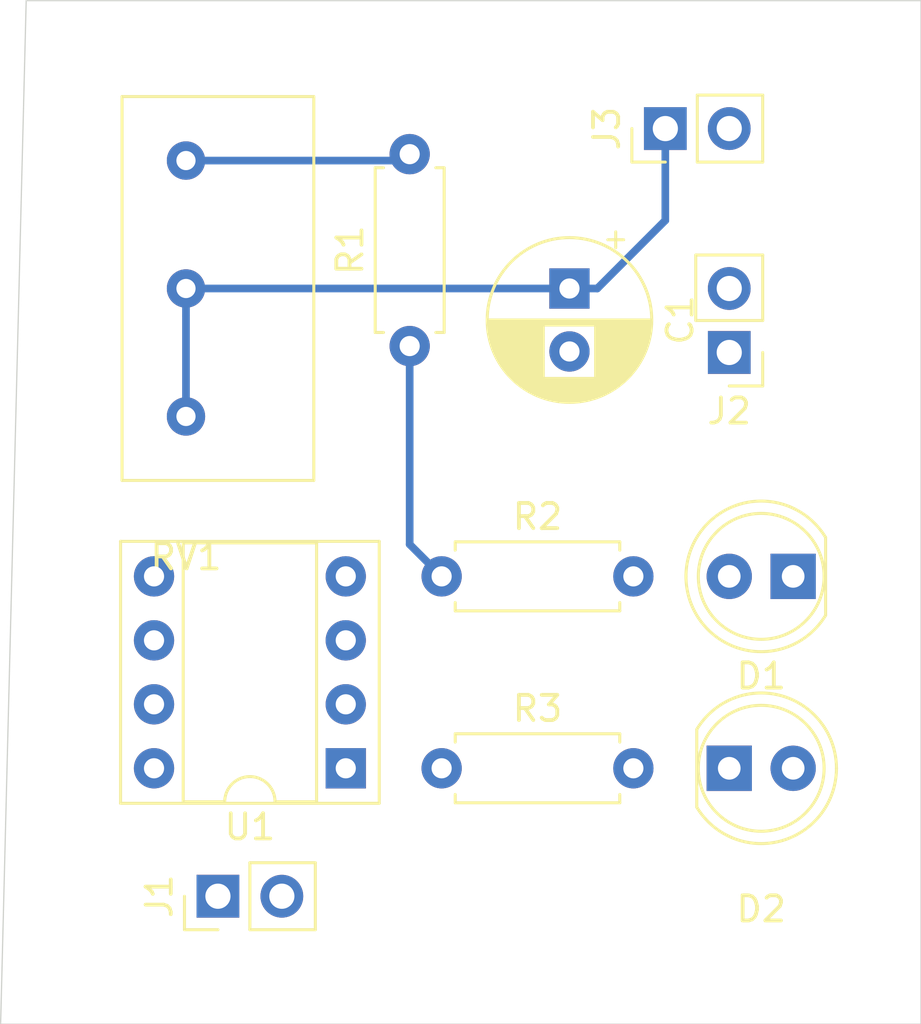
<source format=kicad_pcb>
(kicad_pcb (version 20171130) (host pcbnew "(5.1.4)-1")

  (general
    (thickness 1.6)
    (drawings 4)
    (tracks 10)
    (zones 0)
    (modules 11)
    (nets 9)
  )

  (page A4)
  (layers
    (0 F.Cu signal)
    (31 B.Cu signal)
    (32 B.Adhes user)
    (33 F.Adhes user)
    (34 B.Paste user)
    (35 F.Paste user)
    (36 B.SilkS user)
    (37 F.SilkS user)
    (38 B.Mask user)
    (39 F.Mask user)
    (40 Dwgs.User user)
    (41 Cmts.User user)
    (42 Eco1.User user)
    (43 Eco2.User user)
    (44 Edge.Cuts user)
    (45 Margin user)
    (46 B.CrtYd user)
    (47 F.CrtYd user)
    (48 B.Fab user)
    (49 F.Fab user)
  )

  (setup
    (last_trace_width 0.3048)
    (trace_clearance 0.2032)
    (zone_clearance 0.508)
    (zone_45_only no)
    (trace_min 0.2)
    (via_size 0.8)
    (via_drill 0.6)
    (via_min_size 0.4)
    (via_min_drill 0.3)
    (uvia_size 0.3)
    (uvia_drill 0.1)
    (uvias_allowed no)
    (uvia_min_size 0.2)
    (uvia_min_drill 0.1)
    (edge_width 0.05)
    (segment_width 0.2)
    (pcb_text_width 0.3)
    (pcb_text_size 1.5 1.5)
    (mod_edge_width 0.12)
    (mod_text_size 1 1)
    (mod_text_width 0.15)
    (pad_size 1.524 1.524)
    (pad_drill 0.762)
    (pad_to_mask_clearance 0.051)
    (solder_mask_min_width 0.25)
    (aux_axis_origin 0 0)
    (visible_elements 7FFFFFFF)
    (pcbplotparams
      (layerselection 0x010fc_ffffffff)
      (usegerberextensions false)
      (usegerberattributes false)
      (usegerberadvancedattributes false)
      (creategerberjobfile false)
      (excludeedgelayer true)
      (linewidth 0.100000)
      (plotframeref false)
      (viasonmask false)
      (mode 1)
      (useauxorigin false)
      (hpglpennumber 1)
      (hpglpenspeed 20)
      (hpglpendiameter 15.000000)
      (psnegative false)
      (psa4output false)
      (plotreference true)
      (plotvalue true)
      (plotinvisibletext false)
      (padsonsilk false)
      (subtractmaskfromsilk false)
      (outputformat 1)
      (mirror false)
      (drillshape 1)
      (scaleselection 1)
      (outputdirectory ""))
  )

  (net 0 "")
  (net 1 GND)
  (net 2 Carga)
  (net 3 "Net-(D1-Pad2)")
  (net 4 Salida)
  (net 5 "Net-(D2-Pad1)")
  (net 6 +5V)
  (net 7 "Net-(R1-Pad2)")
  (net 8 "Net-(U1-Pad5)")

  (net_class Default "Esta es la clase de red por defecto."
    (clearance 0.2032)
    (trace_width 0.3048)
    (via_dia 0.8)
    (via_drill 0.6)
    (uvia_dia 0.3)
    (uvia_drill 0.1)
    (add_net +5V)
    (add_net Carga)
    (add_net GND)
    (add_net "Net-(D1-Pad2)")
    (add_net "Net-(D2-Pad1)")
    (add_net "Net-(R1-Pad2)")
    (add_net "Net-(U1-Pad5)")
    (add_net Salida)
  )

  (module potenciometro:potenciometro_5.08mm (layer F.Cu) (tedit 5DC447CF) (tstamp 5DC49DE5)
    (at 133.35 102.87)
    (path /5DC2267E)
    (fp_text reference RV1 (at 0 0.5) (layer F.SilkS)
      (effects (font (size 1 1) (thickness 0.15)))
    )
    (fp_text value 100k (at 0 -0.5) (layer F.Fab)
      (effects (font (size 1 1) (thickness 0.15)))
    )
    (fp_line (start -2.54 -2.54) (end -2.54 -17.78) (layer F.SilkS) (width 0.12))
    (fp_line (start 5.08 -2.54) (end -2.54 -2.54) (layer F.SilkS) (width 0.12))
    (fp_line (start 5.08 -17.78) (end 5.08 -2.54) (layer F.SilkS) (width 0.12))
    (fp_line (start -2.54 -17.78) (end 5.08 -17.78) (layer F.SilkS) (width 0.12))
    (pad 3 thru_hole circle (at 0 -5.08) (size 1.524 1.524) (drill 0.762) (layers *.Cu *.Mask)
      (net 2 Carga))
    (pad 2 thru_hole circle (at 0 -10.16) (size 1.524 1.524) (drill 0.762) (layers *.Cu *.Mask)
      (net 2 Carga))
    (pad 1 thru_hole circle (at 0 -15.24) (size 1.524 1.524) (drill 0.762) (layers *.Cu *.Mask)
      (net 7 "Net-(R1-Pad2)"))
  )

  (module Package_DIP:DIP-8_W7.62mm_Socket (layer F.Cu) (tedit 5A02E8C5) (tstamp 5DC21CEE)
    (at 139.7 111.76 180)
    (descr "8-lead though-hole mounted DIP package, row spacing 7.62 mm (300 mils), Socket")
    (tags "THT DIP DIL PDIP 2.54mm 7.62mm 300mil Socket")
    (path /5DC2391B)
    (fp_text reference U1 (at 3.81 -2.33) (layer F.SilkS)
      (effects (font (size 1 1) (thickness 0.15)))
    )
    (fp_text value NE555 (at 3.81 9.95) (layer F.Fab)
      (effects (font (size 1 1) (thickness 0.15)))
    )
    (fp_arc (start 3.81 -1.33) (end 2.81 -1.33) (angle -180) (layer F.SilkS) (width 0.12))
    (fp_line (start 1.635 -1.27) (end 6.985 -1.27) (layer F.Fab) (width 0.1))
    (fp_line (start 6.985 -1.27) (end 6.985 8.89) (layer F.Fab) (width 0.1))
    (fp_line (start 6.985 8.89) (end 0.635 8.89) (layer F.Fab) (width 0.1))
    (fp_line (start 0.635 8.89) (end 0.635 -0.27) (layer F.Fab) (width 0.1))
    (fp_line (start 0.635 -0.27) (end 1.635 -1.27) (layer F.Fab) (width 0.1))
    (fp_line (start -1.27 -1.33) (end -1.27 8.95) (layer F.Fab) (width 0.1))
    (fp_line (start -1.27 8.95) (end 8.89 8.95) (layer F.Fab) (width 0.1))
    (fp_line (start 8.89 8.95) (end 8.89 -1.33) (layer F.Fab) (width 0.1))
    (fp_line (start 8.89 -1.33) (end -1.27 -1.33) (layer F.Fab) (width 0.1))
    (fp_line (start 2.81 -1.33) (end 1.16 -1.33) (layer F.SilkS) (width 0.12))
    (fp_line (start 1.16 -1.33) (end 1.16 8.95) (layer F.SilkS) (width 0.12))
    (fp_line (start 1.16 8.95) (end 6.46 8.95) (layer F.SilkS) (width 0.12))
    (fp_line (start 6.46 8.95) (end 6.46 -1.33) (layer F.SilkS) (width 0.12))
    (fp_line (start 6.46 -1.33) (end 4.81 -1.33) (layer F.SilkS) (width 0.12))
    (fp_line (start -1.33 -1.39) (end -1.33 9.01) (layer F.SilkS) (width 0.12))
    (fp_line (start -1.33 9.01) (end 8.95 9.01) (layer F.SilkS) (width 0.12))
    (fp_line (start 8.95 9.01) (end 8.95 -1.39) (layer F.SilkS) (width 0.12))
    (fp_line (start 8.95 -1.39) (end -1.33 -1.39) (layer F.SilkS) (width 0.12))
    (fp_line (start -1.55 -1.6) (end -1.55 9.2) (layer F.CrtYd) (width 0.05))
    (fp_line (start -1.55 9.2) (end 9.15 9.2) (layer F.CrtYd) (width 0.05))
    (fp_line (start 9.15 9.2) (end 9.15 -1.6) (layer F.CrtYd) (width 0.05))
    (fp_line (start 9.15 -1.6) (end -1.55 -1.6) (layer F.CrtYd) (width 0.05))
    (fp_text user %R (at 3.81 3.81) (layer F.Fab)
      (effects (font (size 1 1) (thickness 0.15)))
    )
    (pad 1 thru_hole rect (at 0 0 180) (size 1.6 1.6) (drill 0.8) (layers *.Cu *.Mask)
      (net 1 GND))
    (pad 5 thru_hole oval (at 7.62 7.62 180) (size 1.6 1.6) (drill 0.8) (layers *.Cu *.Mask)
      (net 8 "Net-(U1-Pad5)"))
    (pad 2 thru_hole oval (at 0 2.54 180) (size 1.6 1.6) (drill 0.8) (layers *.Cu *.Mask)
      (net 2 Carga))
    (pad 6 thru_hole oval (at 7.62 5.08 180) (size 1.6 1.6) (drill 0.8) (layers *.Cu *.Mask)
      (net 2 Carga))
    (pad 3 thru_hole oval (at 0 5.08 180) (size 1.6 1.6) (drill 0.8) (layers *.Cu *.Mask)
      (net 4 Salida))
    (pad 7 thru_hole oval (at 7.62 2.54 180) (size 1.6 1.6) (drill 0.8) (layers *.Cu *.Mask)
      (net 7 "Net-(R1-Pad2)"))
    (pad 4 thru_hole oval (at 0 7.62 180) (size 1.6 1.6) (drill 0.8) (layers *.Cu *.Mask)
      (net 6 +5V))
    (pad 8 thru_hole oval (at 7.62 0 180) (size 1.6 1.6) (drill 0.8) (layers *.Cu *.Mask)
      (net 6 +5V))
    (model ${KISYS3DMOD}/Package_DIP.3dshapes/DIP-8_W7.62mm_Socket.wrl
      (at (xyz 0 0 0))
      (scale (xyz 1 1 1))
      (rotate (xyz 0 0 0))
    )
  )

  (module Resistor_THT:R_Axial_DIN0207_L6.3mm_D2.5mm_P7.62mm_Horizontal (layer F.Cu) (tedit 5AE5139B) (tstamp 5DC21CA6)
    (at 143.51 111.76)
    (descr "Resistor, Axial_DIN0207 series, Axial, Horizontal, pin pitch=7.62mm, 0.25W = 1/4W, length*diameter=6.3*2.5mm^2, http://cdn-reichelt.de/documents/datenblatt/B400/1_4W%23YAG.pdf")
    (tags "Resistor Axial_DIN0207 series Axial Horizontal pin pitch 7.62mm 0.25W = 1/4W length 6.3mm diameter 2.5mm")
    (path /5DC20AD2)
    (fp_text reference R3 (at 3.81 -2.37) (layer F.SilkS)
      (effects (font (size 1 1) (thickness 0.15)))
    )
    (fp_text value 680 (at 3.81 2.37) (layer F.Fab)
      (effects (font (size 1 1) (thickness 0.15)))
    )
    (fp_line (start 0.66 -1.25) (end 0.66 1.25) (layer F.Fab) (width 0.1))
    (fp_line (start 0.66 1.25) (end 6.96 1.25) (layer F.Fab) (width 0.1))
    (fp_line (start 6.96 1.25) (end 6.96 -1.25) (layer F.Fab) (width 0.1))
    (fp_line (start 6.96 -1.25) (end 0.66 -1.25) (layer F.Fab) (width 0.1))
    (fp_line (start 0 0) (end 0.66 0) (layer F.Fab) (width 0.1))
    (fp_line (start 7.62 0) (end 6.96 0) (layer F.Fab) (width 0.1))
    (fp_line (start 0.54 -1.04) (end 0.54 -1.37) (layer F.SilkS) (width 0.12))
    (fp_line (start 0.54 -1.37) (end 7.08 -1.37) (layer F.SilkS) (width 0.12))
    (fp_line (start 7.08 -1.37) (end 7.08 -1.04) (layer F.SilkS) (width 0.12))
    (fp_line (start 0.54 1.04) (end 0.54 1.37) (layer F.SilkS) (width 0.12))
    (fp_line (start 0.54 1.37) (end 7.08 1.37) (layer F.SilkS) (width 0.12))
    (fp_line (start 7.08 1.37) (end 7.08 1.04) (layer F.SilkS) (width 0.12))
    (fp_line (start -1.05 -1.5) (end -1.05 1.5) (layer F.CrtYd) (width 0.05))
    (fp_line (start -1.05 1.5) (end 8.67 1.5) (layer F.CrtYd) (width 0.05))
    (fp_line (start 8.67 1.5) (end 8.67 -1.5) (layer F.CrtYd) (width 0.05))
    (fp_line (start 8.67 -1.5) (end -1.05 -1.5) (layer F.CrtYd) (width 0.05))
    (fp_text user %R (at 3.81 0.39) (layer F.Fab)
      (effects (font (size 1 1) (thickness 0.15)))
    )
    (pad 1 thru_hole circle (at 0 0) (size 1.6 1.6) (drill 0.8) (layers *.Cu *.Mask)
      (net 5 "Net-(D2-Pad1)"))
    (pad 2 thru_hole oval (at 7.62 0) (size 1.6 1.6) (drill 0.8) (layers *.Cu *.Mask)
      (net 1 GND))
    (model ${KISYS3DMOD}/Resistor_THT.3dshapes/R_Axial_DIN0207_L6.3mm_D2.5mm_P7.62mm_Horizontal.wrl
      (at (xyz 0 0 0))
      (scale (xyz 1 1 1))
      (rotate (xyz 0 0 0))
    )
  )

  (module Resistor_THT:R_Axial_DIN0207_L6.3mm_D2.5mm_P7.62mm_Horizontal (layer F.Cu) (tedit 5AE5139B) (tstamp 5DC21C8F)
    (at 143.51 104.14)
    (descr "Resistor, Axial_DIN0207 series, Axial, Horizontal, pin pitch=7.62mm, 0.25W = 1/4W, length*diameter=6.3*2.5mm^2, http://cdn-reichelt.de/documents/datenblatt/B400/1_4W%23YAG.pdf")
    (tags "Resistor Axial_DIN0207 series Axial Horizontal pin pitch 7.62mm 0.25W = 1/4W length 6.3mm diameter 2.5mm")
    (path /5DC20623)
    (fp_text reference R2 (at 3.81 -2.37) (layer F.SilkS)
      (effects (font (size 1 1) (thickness 0.15)))
    )
    (fp_text value 680 (at 3.81 2.37) (layer F.Fab)
      (effects (font (size 1 1) (thickness 0.15)))
    )
    (fp_line (start 0.66 -1.25) (end 0.66 1.25) (layer F.Fab) (width 0.1))
    (fp_line (start 0.66 1.25) (end 6.96 1.25) (layer F.Fab) (width 0.1))
    (fp_line (start 6.96 1.25) (end 6.96 -1.25) (layer F.Fab) (width 0.1))
    (fp_line (start 6.96 -1.25) (end 0.66 -1.25) (layer F.Fab) (width 0.1))
    (fp_line (start 0 0) (end 0.66 0) (layer F.Fab) (width 0.1))
    (fp_line (start 7.62 0) (end 6.96 0) (layer F.Fab) (width 0.1))
    (fp_line (start 0.54 -1.04) (end 0.54 -1.37) (layer F.SilkS) (width 0.12))
    (fp_line (start 0.54 -1.37) (end 7.08 -1.37) (layer F.SilkS) (width 0.12))
    (fp_line (start 7.08 -1.37) (end 7.08 -1.04) (layer F.SilkS) (width 0.12))
    (fp_line (start 0.54 1.04) (end 0.54 1.37) (layer F.SilkS) (width 0.12))
    (fp_line (start 0.54 1.37) (end 7.08 1.37) (layer F.SilkS) (width 0.12))
    (fp_line (start 7.08 1.37) (end 7.08 1.04) (layer F.SilkS) (width 0.12))
    (fp_line (start -1.05 -1.5) (end -1.05 1.5) (layer F.CrtYd) (width 0.05))
    (fp_line (start -1.05 1.5) (end 8.67 1.5) (layer F.CrtYd) (width 0.05))
    (fp_line (start 8.67 1.5) (end 8.67 -1.5) (layer F.CrtYd) (width 0.05))
    (fp_line (start 8.67 -1.5) (end -1.05 -1.5) (layer F.CrtYd) (width 0.05))
    (fp_text user %R (at 3.81 0) (layer F.Fab)
      (effects (font (size 1 1) (thickness 0.15)))
    )
    (pad 1 thru_hole circle (at 0 0) (size 1.6 1.6) (drill 0.8) (layers *.Cu *.Mask)
      (net 6 +5V))
    (pad 2 thru_hole oval (at 7.62 0) (size 1.6 1.6) (drill 0.8) (layers *.Cu *.Mask)
      (net 3 "Net-(D1-Pad2)"))
    (model ${KISYS3DMOD}/Resistor_THT.3dshapes/R_Axial_DIN0207_L6.3mm_D2.5mm_P7.62mm_Horizontal.wrl
      (at (xyz 0 0 0))
      (scale (xyz 1 1 1))
      (rotate (xyz 0 0 0))
    )
  )

  (module Resistor_THT:R_Axial_DIN0207_L6.3mm_D2.5mm_P7.62mm_Horizontal (layer F.Cu) (tedit 5AE5139B) (tstamp 5DC21C78)
    (at 142.24 94.996 90)
    (descr "Resistor, Axial_DIN0207 series, Axial, Horizontal, pin pitch=7.62mm, 0.25W = 1/4W, length*diameter=6.3*2.5mm^2, http://cdn-reichelt.de/documents/datenblatt/B400/1_4W%23YAG.pdf")
    (tags "Resistor Axial_DIN0207 series Axial Horizontal pin pitch 7.62mm 0.25W = 1/4W length 6.3mm diameter 2.5mm")
    (path /5DC1FF09)
    (fp_text reference R1 (at 3.81 -2.37 90) (layer F.SilkS)
      (effects (font (size 1 1) (thickness 0.15)))
    )
    (fp_text value 1k (at 3.81 2.37 90) (layer F.Fab)
      (effects (font (size 1 1) (thickness 0.15)))
    )
    (fp_line (start 0.66 -1.25) (end 0.66 1.25) (layer F.Fab) (width 0.1))
    (fp_line (start 0.66 1.25) (end 6.96 1.25) (layer F.Fab) (width 0.1))
    (fp_line (start 6.96 1.25) (end 6.96 -1.25) (layer F.Fab) (width 0.1))
    (fp_line (start 6.96 -1.25) (end 0.66 -1.25) (layer F.Fab) (width 0.1))
    (fp_line (start 0 0) (end 0.66 0) (layer F.Fab) (width 0.1))
    (fp_line (start 7.62 0) (end 6.96 0) (layer F.Fab) (width 0.1))
    (fp_line (start 0.54 -1.04) (end 0.54 -1.37) (layer F.SilkS) (width 0.12))
    (fp_line (start 0.54 -1.37) (end 7.08 -1.37) (layer F.SilkS) (width 0.12))
    (fp_line (start 7.08 -1.37) (end 7.08 -1.04) (layer F.SilkS) (width 0.12))
    (fp_line (start 0.54 1.04) (end 0.54 1.37) (layer F.SilkS) (width 0.12))
    (fp_line (start 0.54 1.37) (end 7.08 1.37) (layer F.SilkS) (width 0.12))
    (fp_line (start 7.08 1.37) (end 7.08 1.04) (layer F.SilkS) (width 0.12))
    (fp_line (start -1.05 -1.5) (end -1.05 1.5) (layer F.CrtYd) (width 0.05))
    (fp_line (start -1.05 1.5) (end 8.67 1.5) (layer F.CrtYd) (width 0.05))
    (fp_line (start 8.67 1.5) (end 8.67 -1.5) (layer F.CrtYd) (width 0.05))
    (fp_line (start 8.67 -1.5) (end -1.05 -1.5) (layer F.CrtYd) (width 0.05))
    (fp_text user %R (at 3.81 -0.64 90) (layer F.Fab)
      (effects (font (size 1 1) (thickness 0.15)))
    )
    (pad 1 thru_hole circle (at 0 0 90) (size 1.6 1.6) (drill 0.8) (layers *.Cu *.Mask)
      (net 6 +5V))
    (pad 2 thru_hole oval (at 7.62 0 90) (size 1.6 1.6) (drill 0.8) (layers *.Cu *.Mask)
      (net 7 "Net-(R1-Pad2)"))
    (model ${KISYS3DMOD}/Resistor_THT.3dshapes/R_Axial_DIN0207_L6.3mm_D2.5mm_P7.62mm_Horizontal.wrl
      (at (xyz 0 0 0))
      (scale (xyz 1 1 1))
      (rotate (xyz 0 0 0))
    )
  )

  (module Connector_PinHeader_2.54mm:PinHeader_1x02_P2.54mm_Vertical (layer F.Cu) (tedit 59FED5CC) (tstamp 5DC21C61)
    (at 152.4 86.36 90)
    (descr "Through hole straight pin header, 1x02, 2.54mm pitch, single row")
    (tags "Through hole pin header THT 1x02 2.54mm single row")
    (path /5DC2361B)
    (fp_text reference J3 (at 0 -2.33 90) (layer F.SilkS)
      (effects (font (size 1 1) (thickness 0.15)))
    )
    (fp_text value carga (at 0 4.87 90) (layer F.Fab)
      (effects (font (size 1 1) (thickness 0.15)))
    )
    (fp_line (start -0.635 -1.27) (end 1.27 -1.27) (layer F.Fab) (width 0.1))
    (fp_line (start 1.27 -1.27) (end 1.27 3.81) (layer F.Fab) (width 0.1))
    (fp_line (start 1.27 3.81) (end -1.27 3.81) (layer F.Fab) (width 0.1))
    (fp_line (start -1.27 3.81) (end -1.27 -0.635) (layer F.Fab) (width 0.1))
    (fp_line (start -1.27 -0.635) (end -0.635 -1.27) (layer F.Fab) (width 0.1))
    (fp_line (start -1.33 3.87) (end 1.33 3.87) (layer F.SilkS) (width 0.12))
    (fp_line (start -1.33 1.27) (end -1.33 3.87) (layer F.SilkS) (width 0.12))
    (fp_line (start 1.33 1.27) (end 1.33 3.87) (layer F.SilkS) (width 0.12))
    (fp_line (start -1.33 1.27) (end 1.33 1.27) (layer F.SilkS) (width 0.12))
    (fp_line (start -1.33 0) (end -1.33 -1.33) (layer F.SilkS) (width 0.12))
    (fp_line (start -1.33 -1.33) (end 0 -1.33) (layer F.SilkS) (width 0.12))
    (fp_line (start -1.8 -1.8) (end -1.8 4.35) (layer F.CrtYd) (width 0.05))
    (fp_line (start -1.8 4.35) (end 1.8 4.35) (layer F.CrtYd) (width 0.05))
    (fp_line (start 1.8 4.35) (end 1.8 -1.8) (layer F.CrtYd) (width 0.05))
    (fp_line (start 1.8 -1.8) (end -1.8 -1.8) (layer F.CrtYd) (width 0.05))
    (fp_text user %R (at 0 1.27) (layer F.Fab)
      (effects (font (size 1 1) (thickness 0.15)))
    )
    (pad 1 thru_hole rect (at 0 0 90) (size 1.7 1.7) (drill 1) (layers *.Cu *.Mask)
      (net 2 Carga))
    (pad 2 thru_hole oval (at 0 2.54 90) (size 1.7 1.7) (drill 1) (layers *.Cu *.Mask)
      (net 1 GND))
    (model ${KISYS3DMOD}/Connector_PinHeader_2.54mm.3dshapes/PinHeader_1x02_P2.54mm_Vertical.wrl
      (at (xyz 0 0 0))
      (scale (xyz 1 1 1))
      (rotate (xyz 0 0 0))
    )
  )

  (module Connector_PinHeader_2.54mm:PinHeader_1x02_P2.54mm_Vertical (layer F.Cu) (tedit 59FED5CC) (tstamp 5DC21C4B)
    (at 154.94 95.25 180)
    (descr "Through hole straight pin header, 1x02, 2.54mm pitch, single row")
    (tags "Through hole pin header THT 1x02 2.54mm single row")
    (path /5DC2332C)
    (fp_text reference J2 (at 0 -2.33) (layer F.SilkS)
      (effects (font (size 1 1) (thickness 0.15)))
    )
    (fp_text value salida (at 0 4.87) (layer F.Fab)
      (effects (font (size 1 1) (thickness 0.15)))
    )
    (fp_line (start -0.635 -1.27) (end 1.27 -1.27) (layer F.Fab) (width 0.1))
    (fp_line (start 1.27 -1.27) (end 1.27 3.81) (layer F.Fab) (width 0.1))
    (fp_line (start 1.27 3.81) (end -1.27 3.81) (layer F.Fab) (width 0.1))
    (fp_line (start -1.27 3.81) (end -1.27 -0.635) (layer F.Fab) (width 0.1))
    (fp_line (start -1.27 -0.635) (end -0.635 -1.27) (layer F.Fab) (width 0.1))
    (fp_line (start -1.33 3.87) (end 1.33 3.87) (layer F.SilkS) (width 0.12))
    (fp_line (start -1.33 1.27) (end -1.33 3.87) (layer F.SilkS) (width 0.12))
    (fp_line (start 1.33 1.27) (end 1.33 3.87) (layer F.SilkS) (width 0.12))
    (fp_line (start -1.33 1.27) (end 1.33 1.27) (layer F.SilkS) (width 0.12))
    (fp_line (start -1.33 0) (end -1.33 -1.33) (layer F.SilkS) (width 0.12))
    (fp_line (start -1.33 -1.33) (end 0 -1.33) (layer F.SilkS) (width 0.12))
    (fp_line (start -1.8 -1.8) (end -1.8 4.35) (layer F.CrtYd) (width 0.05))
    (fp_line (start -1.8 4.35) (end 1.8 4.35) (layer F.CrtYd) (width 0.05))
    (fp_line (start 1.8 4.35) (end 1.8 -1.8) (layer F.CrtYd) (width 0.05))
    (fp_line (start 1.8 -1.8) (end -1.8 -1.8) (layer F.CrtYd) (width 0.05))
    (fp_text user %R (at 0 1.27 90) (layer F.Fab)
      (effects (font (size 1 1) (thickness 0.15)))
    )
    (pad 1 thru_hole rect (at 0 0 180) (size 1.7 1.7) (drill 1) (layers *.Cu *.Mask)
      (net 4 Salida))
    (pad 2 thru_hole oval (at 0 2.54 180) (size 1.7 1.7) (drill 1) (layers *.Cu *.Mask)
      (net 1 GND))
    (model ${KISYS3DMOD}/Connector_PinHeader_2.54mm.3dshapes/PinHeader_1x02_P2.54mm_Vertical.wrl
      (at (xyz 0 0 0))
      (scale (xyz 1 1 1))
      (rotate (xyz 0 0 0))
    )
  )

  (module Connector_PinHeader_2.54mm:PinHeader_1x02_P2.54mm_Vertical (layer F.Cu) (tedit 59FED5CC) (tstamp 5DC21C35)
    (at 134.62 116.84 90)
    (descr "Through hole straight pin header, 1x02, 2.54mm pitch, single row")
    (tags "Through hole pin header THT 1x02 2.54mm single row")
    (path /5DC22BBF)
    (fp_text reference J1 (at 0 -2.33 90) (layer F.SilkS)
      (effects (font (size 1 1) (thickness 0.15)))
    )
    (fp_text value alimentacion (at -3.048 1.524 180) (layer F.Fab)
      (effects (font (size 1 1) (thickness 0.15)))
    )
    (fp_line (start -0.635 -1.27) (end 1.27 -1.27) (layer F.Fab) (width 0.1))
    (fp_line (start 1.27 -1.27) (end 1.27 3.81) (layer F.Fab) (width 0.1))
    (fp_line (start 1.27 3.81) (end -1.27 3.81) (layer F.Fab) (width 0.1))
    (fp_line (start -1.27 3.81) (end -1.27 -0.635) (layer F.Fab) (width 0.1))
    (fp_line (start -1.27 -0.635) (end -0.635 -1.27) (layer F.Fab) (width 0.1))
    (fp_line (start -1.33 3.87) (end 1.33 3.87) (layer F.SilkS) (width 0.12))
    (fp_line (start -1.33 1.27) (end -1.33 3.87) (layer F.SilkS) (width 0.12))
    (fp_line (start 1.33 1.27) (end 1.33 3.87) (layer F.SilkS) (width 0.12))
    (fp_line (start -1.33 1.27) (end 1.33 1.27) (layer F.SilkS) (width 0.12))
    (fp_line (start -1.33 0) (end -1.33 -1.33) (layer F.SilkS) (width 0.12))
    (fp_line (start -1.33 -1.33) (end 0 -1.33) (layer F.SilkS) (width 0.12))
    (fp_line (start -1.8 -1.8) (end -1.8 4.35) (layer F.CrtYd) (width 0.05))
    (fp_line (start -1.8 4.35) (end 1.8 4.35) (layer F.CrtYd) (width 0.05))
    (fp_line (start 1.8 4.35) (end 1.8 -1.8) (layer F.CrtYd) (width 0.05))
    (fp_line (start 1.8 -1.8) (end -1.8 -1.8) (layer F.CrtYd) (width 0.05))
    (fp_text user %R (at 0 1.27) (layer F.Fab)
      (effects (font (size 1 1) (thickness 0.15)))
    )
    (pad 1 thru_hole rect (at 0 0 90) (size 1.7 1.7) (drill 1) (layers *.Cu *.Mask)
      (net 6 +5V))
    (pad 2 thru_hole oval (at 0 2.54 90) (size 1.7 1.7) (drill 1) (layers *.Cu *.Mask)
      (net 1 GND))
    (model ${KISYS3DMOD}/Connector_PinHeader_2.54mm.3dshapes/PinHeader_1x02_P2.54mm_Vertical.wrl
      (at (xyz 0 0 0))
      (scale (xyz 1 1 1))
      (rotate (xyz 0 0 0))
    )
  )

  (module LED_THT:LED_D5.0mm (layer F.Cu) (tedit 5995936A) (tstamp 5DC21C1F)
    (at 154.94 111.76)
    (descr "LED, diameter 5.0mm, 2 pins, http://cdn-reichelt.de/documents/datenblatt/A500/LL-504BC2E-009.pdf")
    (tags "LED diameter 5.0mm 2 pins")
    (path /5DC21AB4)
    (fp_text reference D2 (at 1.27 5.588) (layer F.SilkS)
      (effects (font (size 1 1) (thickness 0.15)))
    )
    (fp_text value LED_verde (at 1.27 3.96) (layer F.Fab)
      (effects (font (size 1 1) (thickness 0.15)))
    )
    (fp_arc (start 1.27 0) (end -1.23 -1.469694) (angle 299.1) (layer F.Fab) (width 0.1))
    (fp_arc (start 1.27 0) (end -1.29 -1.54483) (angle 148.9) (layer F.SilkS) (width 0.12))
    (fp_arc (start 1.27 0) (end -1.29 1.54483) (angle -148.9) (layer F.SilkS) (width 0.12))
    (fp_circle (center 1.27 0) (end 3.77 0) (layer F.Fab) (width 0.1))
    (fp_circle (center 1.27 0) (end 3.77 0) (layer F.SilkS) (width 0.12))
    (fp_line (start -1.23 -1.469694) (end -1.23 1.469694) (layer F.Fab) (width 0.1))
    (fp_line (start -1.29 -1.545) (end -1.29 1.545) (layer F.SilkS) (width 0.12))
    (fp_line (start -1.95 -3.25) (end -1.95 3.25) (layer F.CrtYd) (width 0.05))
    (fp_line (start -1.95 3.25) (end 4.5 3.25) (layer F.CrtYd) (width 0.05))
    (fp_line (start 4.5 3.25) (end 4.5 -3.25) (layer F.CrtYd) (width 0.05))
    (fp_line (start 4.5 -3.25) (end -1.95 -3.25) (layer F.CrtYd) (width 0.05))
    (fp_text user %R (at 1.25 0) (layer F.Fab)
      (effects (font (size 0.8 0.8) (thickness 0.2)))
    )
    (pad 1 thru_hole rect (at 0 0) (size 1.8 1.8) (drill 0.9) (layers *.Cu *.Mask)
      (net 5 "Net-(D2-Pad1)"))
    (pad 2 thru_hole circle (at 2.54 0) (size 1.8 1.8) (drill 0.9) (layers *.Cu *.Mask)
      (net 4 Salida))
    (model ${KISYS3DMOD}/LED_THT.3dshapes/LED_D5.0mm.wrl
      (at (xyz 0 0 0))
      (scale (xyz 1 1 1))
      (rotate (xyz 0 0 0))
    )
  )

  (module LED_THT:LED_D5.0mm (layer F.Cu) (tedit 5995936A) (tstamp 5DC21C0D)
    (at 157.48 104.14 180)
    (descr "LED, diameter 5.0mm, 2 pins, http://cdn-reichelt.de/documents/datenblatt/A500/LL-504BC2E-009.pdf")
    (tags "LED diameter 5.0mm 2 pins")
    (path /5DC20DD4)
    (fp_text reference D1 (at 1.27 -3.96) (layer F.SilkS)
      (effects (font (size 1 1) (thickness 0.15)))
    )
    (fp_text value LED_rojo (at 1.27 3.96) (layer F.Fab)
      (effects (font (size 1 1) (thickness 0.15)))
    )
    (fp_arc (start 1.27 0) (end -1.23 -1.469694) (angle 299.1) (layer F.Fab) (width 0.1))
    (fp_arc (start 1.27 0) (end -1.29 -1.54483) (angle 148.9) (layer F.SilkS) (width 0.12))
    (fp_arc (start 1.27 0) (end -1.29 1.54483) (angle -148.9) (layer F.SilkS) (width 0.12))
    (fp_circle (center 1.27 0) (end 3.77 0) (layer F.Fab) (width 0.1))
    (fp_circle (center 1.27 0) (end 3.77 0) (layer F.SilkS) (width 0.12))
    (fp_line (start -1.23 -1.469694) (end -1.23 1.469694) (layer F.Fab) (width 0.1))
    (fp_line (start -1.29 -1.545) (end -1.29 1.545) (layer F.SilkS) (width 0.12))
    (fp_line (start -1.95 -3.25) (end -1.95 3.25) (layer F.CrtYd) (width 0.05))
    (fp_line (start -1.95 3.25) (end 4.5 3.25) (layer F.CrtYd) (width 0.05))
    (fp_line (start 4.5 3.25) (end 4.5 -3.25) (layer F.CrtYd) (width 0.05))
    (fp_line (start 4.5 -3.25) (end -1.95 -3.25) (layer F.CrtYd) (width 0.05))
    (fp_text user %R (at 1.25 0) (layer F.Fab)
      (effects (font (size 0.8 0.8) (thickness 0.2)))
    )
    (pad 1 thru_hole rect (at 0 0 180) (size 1.8 1.8) (drill 0.9) (layers *.Cu *.Mask)
      (net 4 Salida))
    (pad 2 thru_hole circle (at 2.54 0 180) (size 1.8 1.8) (drill 0.9) (layers *.Cu *.Mask)
      (net 3 "Net-(D1-Pad2)"))
    (model ${KISYS3DMOD}/LED_THT.3dshapes/LED_D5.0mm.wrl
      (at (xyz 0 0 0))
      (scale (xyz 1 1 1))
      (rotate (xyz 0 0 0))
    )
  )

  (module Capacitor_THT:CP_Radial_D6.3mm_P2.50mm (layer F.Cu) (tedit 5AE50EF0) (tstamp 5DC21BFB)
    (at 148.59 92.71 270)
    (descr "CP, Radial series, Radial, pin pitch=2.50mm, , diameter=6.3mm, Electrolytic Capacitor")
    (tags "CP Radial series Radial pin pitch 2.50mm  diameter 6.3mm Electrolytic Capacitor")
    (path /5DC22296)
    (fp_text reference C1 (at 1.25 -4.4 90) (layer F.SilkS)
      (effects (font (size 1 1) (thickness 0.15)))
    )
    (fp_text value 100uF (at 1.25 4.4 90) (layer F.Fab)
      (effects (font (size 1 1) (thickness 0.15)))
    )
    (fp_circle (center 1.25 0) (end 4.4 0) (layer F.Fab) (width 0.1))
    (fp_circle (center 1.25 0) (end 4.52 0) (layer F.SilkS) (width 0.12))
    (fp_circle (center 1.25 0) (end 4.65 0) (layer F.CrtYd) (width 0.05))
    (fp_line (start -1.443972 -1.3735) (end -0.813972 -1.3735) (layer F.Fab) (width 0.1))
    (fp_line (start -1.128972 -1.6885) (end -1.128972 -1.0585) (layer F.Fab) (width 0.1))
    (fp_line (start 1.25 -3.23) (end 1.25 3.23) (layer F.SilkS) (width 0.12))
    (fp_line (start 1.29 -3.23) (end 1.29 3.23) (layer F.SilkS) (width 0.12))
    (fp_line (start 1.33 -3.23) (end 1.33 3.23) (layer F.SilkS) (width 0.12))
    (fp_line (start 1.37 -3.228) (end 1.37 3.228) (layer F.SilkS) (width 0.12))
    (fp_line (start 1.41 -3.227) (end 1.41 3.227) (layer F.SilkS) (width 0.12))
    (fp_line (start 1.45 -3.224) (end 1.45 3.224) (layer F.SilkS) (width 0.12))
    (fp_line (start 1.49 -3.222) (end 1.49 -1.04) (layer F.SilkS) (width 0.12))
    (fp_line (start 1.49 1.04) (end 1.49 3.222) (layer F.SilkS) (width 0.12))
    (fp_line (start 1.53 -3.218) (end 1.53 -1.04) (layer F.SilkS) (width 0.12))
    (fp_line (start 1.53 1.04) (end 1.53 3.218) (layer F.SilkS) (width 0.12))
    (fp_line (start 1.57 -3.215) (end 1.57 -1.04) (layer F.SilkS) (width 0.12))
    (fp_line (start 1.57 1.04) (end 1.57 3.215) (layer F.SilkS) (width 0.12))
    (fp_line (start 1.61 -3.211) (end 1.61 -1.04) (layer F.SilkS) (width 0.12))
    (fp_line (start 1.61 1.04) (end 1.61 3.211) (layer F.SilkS) (width 0.12))
    (fp_line (start 1.65 -3.206) (end 1.65 -1.04) (layer F.SilkS) (width 0.12))
    (fp_line (start 1.65 1.04) (end 1.65 3.206) (layer F.SilkS) (width 0.12))
    (fp_line (start 1.69 -3.201) (end 1.69 -1.04) (layer F.SilkS) (width 0.12))
    (fp_line (start 1.69 1.04) (end 1.69 3.201) (layer F.SilkS) (width 0.12))
    (fp_line (start 1.73 -3.195) (end 1.73 -1.04) (layer F.SilkS) (width 0.12))
    (fp_line (start 1.73 1.04) (end 1.73 3.195) (layer F.SilkS) (width 0.12))
    (fp_line (start 1.77 -3.189) (end 1.77 -1.04) (layer F.SilkS) (width 0.12))
    (fp_line (start 1.77 1.04) (end 1.77 3.189) (layer F.SilkS) (width 0.12))
    (fp_line (start 1.81 -3.182) (end 1.81 -1.04) (layer F.SilkS) (width 0.12))
    (fp_line (start 1.81 1.04) (end 1.81 3.182) (layer F.SilkS) (width 0.12))
    (fp_line (start 1.85 -3.175) (end 1.85 -1.04) (layer F.SilkS) (width 0.12))
    (fp_line (start 1.85 1.04) (end 1.85 3.175) (layer F.SilkS) (width 0.12))
    (fp_line (start 1.89 -3.167) (end 1.89 -1.04) (layer F.SilkS) (width 0.12))
    (fp_line (start 1.89 1.04) (end 1.89 3.167) (layer F.SilkS) (width 0.12))
    (fp_line (start 1.93 -3.159) (end 1.93 -1.04) (layer F.SilkS) (width 0.12))
    (fp_line (start 1.93 1.04) (end 1.93 3.159) (layer F.SilkS) (width 0.12))
    (fp_line (start 1.971 -3.15) (end 1.971 -1.04) (layer F.SilkS) (width 0.12))
    (fp_line (start 1.971 1.04) (end 1.971 3.15) (layer F.SilkS) (width 0.12))
    (fp_line (start 2.011 -3.141) (end 2.011 -1.04) (layer F.SilkS) (width 0.12))
    (fp_line (start 2.011 1.04) (end 2.011 3.141) (layer F.SilkS) (width 0.12))
    (fp_line (start 2.051 -3.131) (end 2.051 -1.04) (layer F.SilkS) (width 0.12))
    (fp_line (start 2.051 1.04) (end 2.051 3.131) (layer F.SilkS) (width 0.12))
    (fp_line (start 2.091 -3.121) (end 2.091 -1.04) (layer F.SilkS) (width 0.12))
    (fp_line (start 2.091 1.04) (end 2.091 3.121) (layer F.SilkS) (width 0.12))
    (fp_line (start 2.131 -3.11) (end 2.131 -1.04) (layer F.SilkS) (width 0.12))
    (fp_line (start 2.131 1.04) (end 2.131 3.11) (layer F.SilkS) (width 0.12))
    (fp_line (start 2.171 -3.098) (end 2.171 -1.04) (layer F.SilkS) (width 0.12))
    (fp_line (start 2.171 1.04) (end 2.171 3.098) (layer F.SilkS) (width 0.12))
    (fp_line (start 2.211 -3.086) (end 2.211 -1.04) (layer F.SilkS) (width 0.12))
    (fp_line (start 2.211 1.04) (end 2.211 3.086) (layer F.SilkS) (width 0.12))
    (fp_line (start 2.251 -3.074) (end 2.251 -1.04) (layer F.SilkS) (width 0.12))
    (fp_line (start 2.251 1.04) (end 2.251 3.074) (layer F.SilkS) (width 0.12))
    (fp_line (start 2.291 -3.061) (end 2.291 -1.04) (layer F.SilkS) (width 0.12))
    (fp_line (start 2.291 1.04) (end 2.291 3.061) (layer F.SilkS) (width 0.12))
    (fp_line (start 2.331 -3.047) (end 2.331 -1.04) (layer F.SilkS) (width 0.12))
    (fp_line (start 2.331 1.04) (end 2.331 3.047) (layer F.SilkS) (width 0.12))
    (fp_line (start 2.371 -3.033) (end 2.371 -1.04) (layer F.SilkS) (width 0.12))
    (fp_line (start 2.371 1.04) (end 2.371 3.033) (layer F.SilkS) (width 0.12))
    (fp_line (start 2.411 -3.018) (end 2.411 -1.04) (layer F.SilkS) (width 0.12))
    (fp_line (start 2.411 1.04) (end 2.411 3.018) (layer F.SilkS) (width 0.12))
    (fp_line (start 2.451 -3.002) (end 2.451 -1.04) (layer F.SilkS) (width 0.12))
    (fp_line (start 2.451 1.04) (end 2.451 3.002) (layer F.SilkS) (width 0.12))
    (fp_line (start 2.491 -2.986) (end 2.491 -1.04) (layer F.SilkS) (width 0.12))
    (fp_line (start 2.491 1.04) (end 2.491 2.986) (layer F.SilkS) (width 0.12))
    (fp_line (start 2.531 -2.97) (end 2.531 -1.04) (layer F.SilkS) (width 0.12))
    (fp_line (start 2.531 1.04) (end 2.531 2.97) (layer F.SilkS) (width 0.12))
    (fp_line (start 2.571 -2.952) (end 2.571 -1.04) (layer F.SilkS) (width 0.12))
    (fp_line (start 2.571 1.04) (end 2.571 2.952) (layer F.SilkS) (width 0.12))
    (fp_line (start 2.611 -2.934) (end 2.611 -1.04) (layer F.SilkS) (width 0.12))
    (fp_line (start 2.611 1.04) (end 2.611 2.934) (layer F.SilkS) (width 0.12))
    (fp_line (start 2.651 -2.916) (end 2.651 -1.04) (layer F.SilkS) (width 0.12))
    (fp_line (start 2.651 1.04) (end 2.651 2.916) (layer F.SilkS) (width 0.12))
    (fp_line (start 2.691 -2.896) (end 2.691 -1.04) (layer F.SilkS) (width 0.12))
    (fp_line (start 2.691 1.04) (end 2.691 2.896) (layer F.SilkS) (width 0.12))
    (fp_line (start 2.731 -2.876) (end 2.731 -1.04) (layer F.SilkS) (width 0.12))
    (fp_line (start 2.731 1.04) (end 2.731 2.876) (layer F.SilkS) (width 0.12))
    (fp_line (start 2.771 -2.856) (end 2.771 -1.04) (layer F.SilkS) (width 0.12))
    (fp_line (start 2.771 1.04) (end 2.771 2.856) (layer F.SilkS) (width 0.12))
    (fp_line (start 2.811 -2.834) (end 2.811 -1.04) (layer F.SilkS) (width 0.12))
    (fp_line (start 2.811 1.04) (end 2.811 2.834) (layer F.SilkS) (width 0.12))
    (fp_line (start 2.851 -2.812) (end 2.851 -1.04) (layer F.SilkS) (width 0.12))
    (fp_line (start 2.851 1.04) (end 2.851 2.812) (layer F.SilkS) (width 0.12))
    (fp_line (start 2.891 -2.79) (end 2.891 -1.04) (layer F.SilkS) (width 0.12))
    (fp_line (start 2.891 1.04) (end 2.891 2.79) (layer F.SilkS) (width 0.12))
    (fp_line (start 2.931 -2.766) (end 2.931 -1.04) (layer F.SilkS) (width 0.12))
    (fp_line (start 2.931 1.04) (end 2.931 2.766) (layer F.SilkS) (width 0.12))
    (fp_line (start 2.971 -2.742) (end 2.971 -1.04) (layer F.SilkS) (width 0.12))
    (fp_line (start 2.971 1.04) (end 2.971 2.742) (layer F.SilkS) (width 0.12))
    (fp_line (start 3.011 -2.716) (end 3.011 -1.04) (layer F.SilkS) (width 0.12))
    (fp_line (start 3.011 1.04) (end 3.011 2.716) (layer F.SilkS) (width 0.12))
    (fp_line (start 3.051 -2.69) (end 3.051 -1.04) (layer F.SilkS) (width 0.12))
    (fp_line (start 3.051 1.04) (end 3.051 2.69) (layer F.SilkS) (width 0.12))
    (fp_line (start 3.091 -2.664) (end 3.091 -1.04) (layer F.SilkS) (width 0.12))
    (fp_line (start 3.091 1.04) (end 3.091 2.664) (layer F.SilkS) (width 0.12))
    (fp_line (start 3.131 -2.636) (end 3.131 -1.04) (layer F.SilkS) (width 0.12))
    (fp_line (start 3.131 1.04) (end 3.131 2.636) (layer F.SilkS) (width 0.12))
    (fp_line (start 3.171 -2.607) (end 3.171 -1.04) (layer F.SilkS) (width 0.12))
    (fp_line (start 3.171 1.04) (end 3.171 2.607) (layer F.SilkS) (width 0.12))
    (fp_line (start 3.211 -2.578) (end 3.211 -1.04) (layer F.SilkS) (width 0.12))
    (fp_line (start 3.211 1.04) (end 3.211 2.578) (layer F.SilkS) (width 0.12))
    (fp_line (start 3.251 -2.548) (end 3.251 -1.04) (layer F.SilkS) (width 0.12))
    (fp_line (start 3.251 1.04) (end 3.251 2.548) (layer F.SilkS) (width 0.12))
    (fp_line (start 3.291 -2.516) (end 3.291 -1.04) (layer F.SilkS) (width 0.12))
    (fp_line (start 3.291 1.04) (end 3.291 2.516) (layer F.SilkS) (width 0.12))
    (fp_line (start 3.331 -2.484) (end 3.331 -1.04) (layer F.SilkS) (width 0.12))
    (fp_line (start 3.331 1.04) (end 3.331 2.484) (layer F.SilkS) (width 0.12))
    (fp_line (start 3.371 -2.45) (end 3.371 -1.04) (layer F.SilkS) (width 0.12))
    (fp_line (start 3.371 1.04) (end 3.371 2.45) (layer F.SilkS) (width 0.12))
    (fp_line (start 3.411 -2.416) (end 3.411 -1.04) (layer F.SilkS) (width 0.12))
    (fp_line (start 3.411 1.04) (end 3.411 2.416) (layer F.SilkS) (width 0.12))
    (fp_line (start 3.451 -2.38) (end 3.451 -1.04) (layer F.SilkS) (width 0.12))
    (fp_line (start 3.451 1.04) (end 3.451 2.38) (layer F.SilkS) (width 0.12))
    (fp_line (start 3.491 -2.343) (end 3.491 -1.04) (layer F.SilkS) (width 0.12))
    (fp_line (start 3.491 1.04) (end 3.491 2.343) (layer F.SilkS) (width 0.12))
    (fp_line (start 3.531 -2.305) (end 3.531 -1.04) (layer F.SilkS) (width 0.12))
    (fp_line (start 3.531 1.04) (end 3.531 2.305) (layer F.SilkS) (width 0.12))
    (fp_line (start 3.571 -2.265) (end 3.571 2.265) (layer F.SilkS) (width 0.12))
    (fp_line (start 3.611 -2.224) (end 3.611 2.224) (layer F.SilkS) (width 0.12))
    (fp_line (start 3.651 -2.182) (end 3.651 2.182) (layer F.SilkS) (width 0.12))
    (fp_line (start 3.691 -2.137) (end 3.691 2.137) (layer F.SilkS) (width 0.12))
    (fp_line (start 3.731 -2.092) (end 3.731 2.092) (layer F.SilkS) (width 0.12))
    (fp_line (start 3.771 -2.044) (end 3.771 2.044) (layer F.SilkS) (width 0.12))
    (fp_line (start 3.811 -1.995) (end 3.811 1.995) (layer F.SilkS) (width 0.12))
    (fp_line (start 3.851 -1.944) (end 3.851 1.944) (layer F.SilkS) (width 0.12))
    (fp_line (start 3.891 -1.89) (end 3.891 1.89) (layer F.SilkS) (width 0.12))
    (fp_line (start 3.931 -1.834) (end 3.931 1.834) (layer F.SilkS) (width 0.12))
    (fp_line (start 3.971 -1.776) (end 3.971 1.776) (layer F.SilkS) (width 0.12))
    (fp_line (start 4.011 -1.714) (end 4.011 1.714) (layer F.SilkS) (width 0.12))
    (fp_line (start 4.051 -1.65) (end 4.051 1.65) (layer F.SilkS) (width 0.12))
    (fp_line (start 4.091 -1.581) (end 4.091 1.581) (layer F.SilkS) (width 0.12))
    (fp_line (start 4.131 -1.509) (end 4.131 1.509) (layer F.SilkS) (width 0.12))
    (fp_line (start 4.171 -1.432) (end 4.171 1.432) (layer F.SilkS) (width 0.12))
    (fp_line (start 4.211 -1.35) (end 4.211 1.35) (layer F.SilkS) (width 0.12))
    (fp_line (start 4.251 -1.262) (end 4.251 1.262) (layer F.SilkS) (width 0.12))
    (fp_line (start 4.291 -1.165) (end 4.291 1.165) (layer F.SilkS) (width 0.12))
    (fp_line (start 4.331 -1.059) (end 4.331 1.059) (layer F.SilkS) (width 0.12))
    (fp_line (start 4.371 -0.94) (end 4.371 0.94) (layer F.SilkS) (width 0.12))
    (fp_line (start 4.411 -0.802) (end 4.411 0.802) (layer F.SilkS) (width 0.12))
    (fp_line (start 4.451 -0.633) (end 4.451 0.633) (layer F.SilkS) (width 0.12))
    (fp_line (start 4.491 -0.402) (end 4.491 0.402) (layer F.SilkS) (width 0.12))
    (fp_line (start -2.250241 -1.839) (end -1.620241 -1.839) (layer F.SilkS) (width 0.12))
    (fp_line (start -1.935241 -2.154) (end -1.935241 -1.524) (layer F.SilkS) (width 0.12))
    (fp_text user %R (at 1.25 0 90) (layer F.Fab)
      (effects (font (size 1 1) (thickness 0.15)))
    )
    (pad 1 thru_hole rect (at 0 0 270) (size 1.6 1.6) (drill 0.8) (layers *.Cu *.Mask)
      (net 2 Carga))
    (pad 2 thru_hole circle (at 2.5 0 270) (size 1.6 1.6) (drill 0.8) (layers *.Cu *.Mask)
      (net 1 GND))
    (model ${KISYS3DMOD}/Capacitor_THT.3dshapes/CP_Radial_D6.3mm_P2.50mm.wrl
      (at (xyz 0 0 0))
      (scale (xyz 1 1 1))
      (rotate (xyz 0 0 0))
    )
  )

  (gr_line (start 125.984 121.92) (end 127 81.28) (layer Edge.Cuts) (width 0.05) (tstamp 5DCDBD7A))
  (gr_line (start 162.56 121.92) (end 125.984 121.92) (layer Edge.Cuts) (width 0.05))
  (gr_line (start 162.56 81.28) (end 162.56 121.92) (layer Edge.Cuts) (width 0.05))
  (gr_line (start 127 81.28) (end 162.56 81.28) (layer Edge.Cuts) (width 0.05))

  (segment (start 133.35 92.71) (end 148.59 92.71) (width 0.3048) (layer B.Cu) (net 2))
  (segment (start 152.4 90.0048) (end 152.4 86.36) (width 0.3048) (layer B.Cu) (net 2))
  (segment (start 148.59 92.71) (end 149.6948 92.71) (width 0.3048) (layer B.Cu) (net 2))
  (segment (start 149.6948 92.71) (end 152.4 90.0048) (width 0.3048) (layer B.Cu) (net 2))
  (segment (start 133.35 93.78763) (end 133.35 97.79) (width 0.3048) (layer B.Cu) (net 2))
  (segment (start 133.35 92.71) (end 133.35 93.78763) (width 0.3048) (layer B.Cu) (net 2))
  (segment (start 142.24 102.87) (end 143.51 104.14) (width 0.3048) (layer B.Cu) (net 6))
  (segment (start 142.24 94.996) (end 142.24 102.87) (width 0.3048) (layer B.Cu) (net 6))
  (segment (start 141.986 87.63) (end 142.24 87.376) (width 0.3048) (layer B.Cu) (net 7))
  (segment (start 133.35 87.63) (end 141.986 87.63) (width 0.3048) (layer B.Cu) (net 7))

)

</source>
